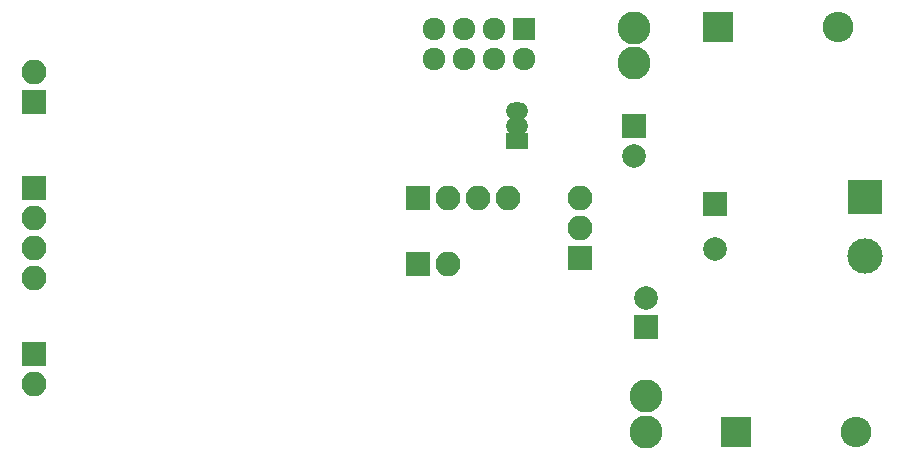
<source format=gts>
G04 #@! TF.GenerationSoftware,KiCad,Pcbnew,5.0.0*
G04 #@! TF.CreationDate,2018-09-22T16:12:04+03:00*
G04 #@! TF.ProjectId,stm32-hamster,73746D33322D68616D737465722E6B69,rev?*
G04 #@! TF.SameCoordinates,Original*
G04 #@! TF.FileFunction,Soldermask,Top*
G04 #@! TF.FilePolarity,Negative*
%FSLAX46Y46*%
G04 Gerber Fmt 4.6, Leading zero omitted, Abs format (unit mm)*
G04 Created by KiCad (PCBNEW 5.0.0) date Sat Sep 22 16:12:04 2018*
%MOMM*%
%LPD*%
G01*
G04 APERTURE LIST*
%ADD10O,2.600000X2.600000*%
%ADD11R,2.600000X2.600000*%
%ADD12C,2.800000*%
%ADD13R,2.100000X2.100000*%
%ADD14O,2.100000X2.100000*%
%ADD15R,2.000000X2.000000*%
%ADD16C,2.000000*%
%ADD17O,1.900000X1.450000*%
%ADD18R,1.900000X1.450000*%
%ADD19R,1.924000X1.924000*%
%ADD20C,1.924000*%
%ADD21R,3.000000X3.000000*%
%ADD22C,3.000000*%
G04 APERTURE END LIST*
D10*
G04 #@! TO.C,D2*
X177800000Y-113538000D03*
D11*
X167640000Y-113538000D03*
G04 #@! TD*
D12*
G04 #@! TO.C,L1*
X160020000Y-110490000D03*
X160020000Y-113490000D03*
G04 #@! TD*
D13*
G04 #@! TO.C,JP2*
X154432000Y-98806000D03*
D14*
X154432000Y-96266000D03*
X154432000Y-93726000D03*
G04 #@! TD*
D15*
G04 #@! TO.C,C1*
X165862000Y-94234000D03*
D16*
X165862000Y-98034000D03*
G04 #@! TD*
G04 #@! TO.C,C5*
X160020000Y-102148000D03*
D15*
X160020000Y-104648000D03*
G04 #@! TD*
G04 #@! TO.C,C6*
X159004000Y-87630000D03*
D16*
X159004000Y-90130000D03*
G04 #@! TD*
D11*
G04 #@! TO.C,D3*
X166116000Y-79248000D03*
D10*
X176276000Y-79248000D03*
G04 #@! TD*
D13*
G04 #@! TO.C,J1*
X140716000Y-93726000D03*
D14*
X143256000Y-93726000D03*
X145796000Y-93726000D03*
X148336000Y-93726000D03*
G04 #@! TD*
D13*
G04 #@! TO.C,J2*
X108200000Y-92870000D03*
D14*
X108200000Y-95410000D03*
X108200000Y-97950000D03*
X108200000Y-100490000D03*
G04 #@! TD*
D13*
G04 #@! TO.C,JP1*
X140716000Y-99314000D03*
D14*
X143256000Y-99314000D03*
G04 #@! TD*
D12*
G04 #@! TO.C,L2*
X159004000Y-79296000D03*
X159004000Y-82296000D03*
G04 #@! TD*
D17*
G04 #@! TO.C,U1*
X149098000Y-87630000D03*
X149098000Y-86360000D03*
D18*
X149098000Y-88900000D03*
G04 #@! TD*
D19*
G04 #@! TO.C,U5*
X149700000Y-79450000D03*
D20*
X149700000Y-81990000D03*
X147160000Y-79450000D03*
X147160000Y-81990000D03*
X144620000Y-79450000D03*
X144620000Y-81990000D03*
X142080000Y-79450000D03*
X142080000Y-81990000D03*
G04 #@! TD*
D21*
G04 #@! TO.C,BT1*
X178600000Y-93600000D03*
D22*
X178600000Y-98600000D03*
G04 #@! TD*
D13*
G04 #@! TO.C,J3*
X108204000Y-106934000D03*
D14*
X108204000Y-109474000D03*
G04 #@! TD*
G04 #@! TO.C,J4*
X108204000Y-83058000D03*
D13*
X108204000Y-85598000D03*
G04 #@! TD*
M02*

</source>
